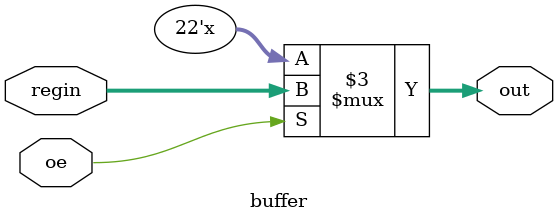
<source format=v>
`timescale 1ns / 1ps

module buffer(regin, oe, out);
input [21:0] regin;
input oe;
output reg [21:0] out;

always@(*)
if(oe)
    begin
    out=regin;
    end
else
    begin
    out=22'bZ;
    end    
endmodule

</source>
